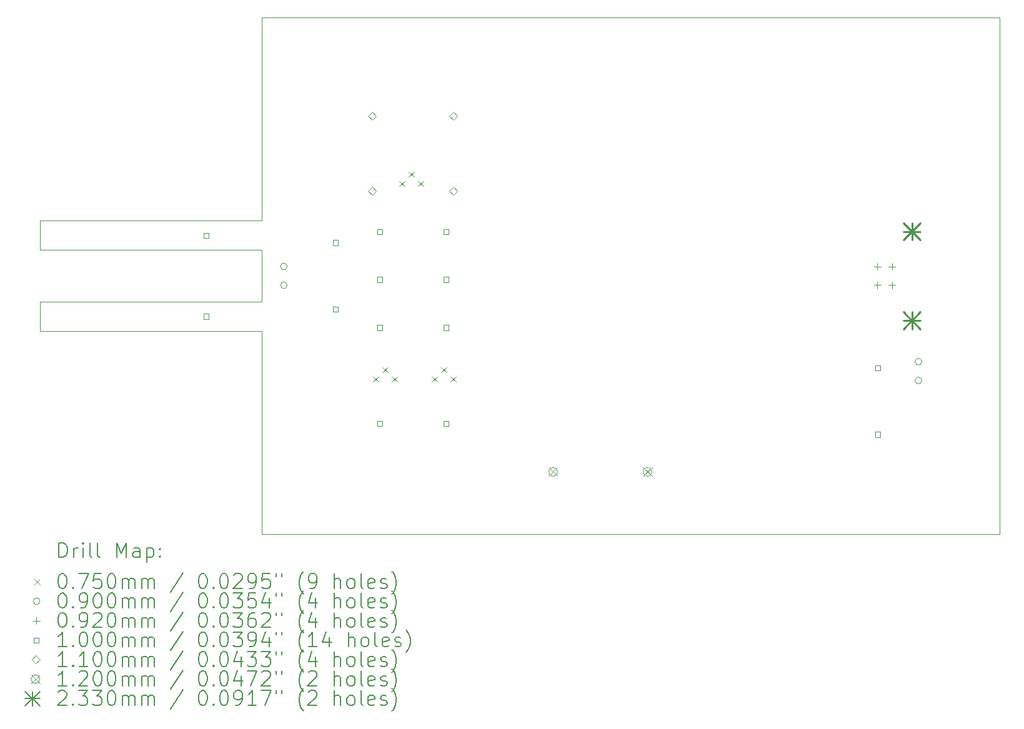
<source format=gbr>
%TF.GenerationSoftware,KiCad,Pcbnew,(6.0.7)*%
%TF.CreationDate,2023-10-27T20:14:33+01:00*%
%TF.ProjectId,slide_tester,736c6964-655f-4746-9573-7465722e6b69,rev?*%
%TF.SameCoordinates,Original*%
%TF.FileFunction,Drillmap*%
%TF.FilePolarity,Positive*%
%FSLAX45Y45*%
G04 Gerber Fmt 4.5, Leading zero omitted, Abs format (unit mm)*
G04 Created by KiCad (PCBNEW (6.0.7)) date 2023-10-27 20:14:33*
%MOMM*%
%LPD*%
G01*
G04 APERTURE LIST*
%ADD10C,0.100000*%
%ADD11C,0.200000*%
%ADD12C,0.075000*%
%ADD13C,0.090000*%
%ADD14C,0.092000*%
%ADD15C,0.110000*%
%ADD16C,0.120000*%
%ADD17C,0.233000*%
G04 APERTURE END LIST*
D10*
X20000000Y-12000000D02*
X10000000Y-12000000D01*
X10000000Y-9250000D01*
X7000000Y-9250000D01*
X7000000Y-8850000D01*
X10000000Y-8850000D01*
X10000000Y-8150000D01*
X7000000Y-8150000D01*
X7000000Y-7750000D01*
X10000000Y-7750000D01*
X10000000Y-5000000D01*
X20000000Y-5000000D01*
X20000000Y-12000000D01*
D11*
D12*
X11508500Y-9862500D02*
X11583500Y-9937500D01*
X11583500Y-9862500D02*
X11508500Y-9937500D01*
X11635500Y-9735500D02*
X11710500Y-9810500D01*
X11710500Y-9735500D02*
X11635500Y-9810500D01*
X11762500Y-9862500D02*
X11837500Y-9937500D01*
X11837500Y-9862500D02*
X11762500Y-9937500D01*
X11862500Y-7212500D02*
X11937500Y-7287500D01*
X11937500Y-7212500D02*
X11862500Y-7287500D01*
X11989500Y-7085500D02*
X12064500Y-7160500D01*
X12064500Y-7085500D02*
X11989500Y-7160500D01*
X12116500Y-7212500D02*
X12191500Y-7287500D01*
X12191500Y-7212500D02*
X12116500Y-7287500D01*
X12308500Y-9862500D02*
X12383500Y-9937500D01*
X12383500Y-9862500D02*
X12308500Y-9937500D01*
X12435500Y-9735500D02*
X12510500Y-9810500D01*
X12510500Y-9735500D02*
X12435500Y-9810500D01*
X12562500Y-9862500D02*
X12637500Y-9937500D01*
X12637500Y-9862500D02*
X12562500Y-9937500D01*
D13*
X10345000Y-8372500D02*
G75*
G03*
X10345000Y-8372500I-45000J0D01*
G01*
X10345000Y-8626500D02*
G75*
G03*
X10345000Y-8626500I-45000J0D01*
G01*
X18945000Y-9663351D02*
G75*
G03*
X18945000Y-9663351I-45000J0D01*
G01*
X18945000Y-9917351D02*
G75*
G03*
X18945000Y-9917351I-45000J0D01*
G01*
D14*
X18342250Y-8329000D02*
X18342250Y-8421000D01*
X18296250Y-8375000D02*
X18388250Y-8375000D01*
X18342250Y-8579000D02*
X18342250Y-8671000D01*
X18296250Y-8625000D02*
X18388250Y-8625000D01*
X18542250Y-8329000D02*
X18542250Y-8421000D01*
X18496250Y-8375000D02*
X18588250Y-8375000D01*
X18542250Y-8579000D02*
X18542250Y-8671000D01*
X18496250Y-8625000D02*
X18588250Y-8625000D01*
D10*
X9285356Y-7985356D02*
X9285356Y-7914644D01*
X9214644Y-7914644D01*
X9214644Y-7985356D01*
X9285356Y-7985356D01*
X9285356Y-9085356D02*
X9285356Y-9014644D01*
X9214644Y-9014644D01*
X9214644Y-9085356D01*
X9285356Y-9085356D01*
X11035356Y-8085356D02*
X11035356Y-8014644D01*
X10964644Y-8014644D01*
X10964644Y-8085356D01*
X11035356Y-8085356D01*
X11035356Y-8985356D02*
X11035356Y-8914644D01*
X10964644Y-8914644D01*
X10964644Y-8985356D01*
X11035356Y-8985356D01*
X11635356Y-7935356D02*
X11635356Y-7864644D01*
X11564644Y-7864644D01*
X11564644Y-7935356D01*
X11635356Y-7935356D01*
X11635356Y-8585356D02*
X11635356Y-8514644D01*
X11564644Y-8514644D01*
X11564644Y-8585356D01*
X11635356Y-8585356D01*
X11635356Y-9235356D02*
X11635356Y-9164644D01*
X11564644Y-9164644D01*
X11564644Y-9235356D01*
X11635356Y-9235356D01*
X11635356Y-10535356D02*
X11635356Y-10464644D01*
X11564644Y-10464644D01*
X11564644Y-10535356D01*
X11635356Y-10535356D01*
X12535356Y-7935356D02*
X12535356Y-7864644D01*
X12464644Y-7864644D01*
X12464644Y-7935356D01*
X12535356Y-7935356D01*
X12535356Y-8585356D02*
X12535356Y-8514644D01*
X12464644Y-8514644D01*
X12464644Y-8585356D01*
X12535356Y-8585356D01*
X12535356Y-9235356D02*
X12535356Y-9164644D01*
X12464644Y-9164644D01*
X12464644Y-9235356D01*
X12535356Y-9235356D01*
X12535356Y-10535356D02*
X12535356Y-10464644D01*
X12464644Y-10464644D01*
X12464644Y-10535356D01*
X12535356Y-10535356D01*
X18385356Y-9785356D02*
X18385356Y-9714644D01*
X18314644Y-9714644D01*
X18314644Y-9785356D01*
X18385356Y-9785356D01*
X18385356Y-10685356D02*
X18385356Y-10614644D01*
X18314644Y-10614644D01*
X18314644Y-10685356D01*
X18385356Y-10685356D01*
D15*
X11500000Y-6389000D02*
X11555000Y-6334000D01*
X11500000Y-6279000D01*
X11445000Y-6334000D01*
X11500000Y-6389000D01*
X11500000Y-7405000D02*
X11555000Y-7350000D01*
X11500000Y-7295000D01*
X11445000Y-7350000D01*
X11500000Y-7405000D01*
X12600000Y-6389000D02*
X12655000Y-6334000D01*
X12600000Y-6279000D01*
X12545000Y-6334000D01*
X12600000Y-6389000D01*
X12600000Y-7405000D02*
X12655000Y-7350000D01*
X12600000Y-7295000D01*
X12545000Y-7350000D01*
X12600000Y-7405000D01*
D16*
X13890000Y-11095750D02*
X14010000Y-11215750D01*
X14010000Y-11095750D02*
X13890000Y-11215750D01*
X14010000Y-11155750D02*
G75*
G03*
X14010000Y-11155750I-60000J0D01*
G01*
X15170000Y-11095750D02*
X15290000Y-11215750D01*
X15290000Y-11095750D02*
X15170000Y-11215750D01*
X15290000Y-11155750D02*
G75*
G03*
X15290000Y-11155750I-60000J0D01*
G01*
D17*
X18696750Y-7781500D02*
X18929750Y-8014500D01*
X18929750Y-7781500D02*
X18696750Y-8014500D01*
X18813250Y-7781500D02*
X18813250Y-8014500D01*
X18696750Y-7898000D02*
X18929750Y-7898000D01*
X18696750Y-8985500D02*
X18929750Y-9218500D01*
X18929750Y-8985500D02*
X18696750Y-9218500D01*
X18813250Y-8985500D02*
X18813250Y-9218500D01*
X18696750Y-9102000D02*
X18929750Y-9102000D01*
D11*
X7252619Y-12315476D02*
X7252619Y-12115476D01*
X7300238Y-12115476D01*
X7328809Y-12125000D01*
X7347857Y-12144048D01*
X7357381Y-12163095D01*
X7366905Y-12201190D01*
X7366905Y-12229762D01*
X7357381Y-12267857D01*
X7347857Y-12286905D01*
X7328809Y-12305952D01*
X7300238Y-12315476D01*
X7252619Y-12315476D01*
X7452619Y-12315476D02*
X7452619Y-12182143D01*
X7452619Y-12220238D02*
X7462143Y-12201190D01*
X7471667Y-12191667D01*
X7490714Y-12182143D01*
X7509762Y-12182143D01*
X7576428Y-12315476D02*
X7576428Y-12182143D01*
X7576428Y-12115476D02*
X7566905Y-12125000D01*
X7576428Y-12134524D01*
X7585952Y-12125000D01*
X7576428Y-12115476D01*
X7576428Y-12134524D01*
X7700238Y-12315476D02*
X7681190Y-12305952D01*
X7671667Y-12286905D01*
X7671667Y-12115476D01*
X7805000Y-12315476D02*
X7785952Y-12305952D01*
X7776428Y-12286905D01*
X7776428Y-12115476D01*
X8033571Y-12315476D02*
X8033571Y-12115476D01*
X8100238Y-12258333D01*
X8166905Y-12115476D01*
X8166905Y-12315476D01*
X8347857Y-12315476D02*
X8347857Y-12210714D01*
X8338333Y-12191667D01*
X8319286Y-12182143D01*
X8281190Y-12182143D01*
X8262143Y-12191667D01*
X8347857Y-12305952D02*
X8328809Y-12315476D01*
X8281190Y-12315476D01*
X8262143Y-12305952D01*
X8252619Y-12286905D01*
X8252619Y-12267857D01*
X8262143Y-12248809D01*
X8281190Y-12239286D01*
X8328809Y-12239286D01*
X8347857Y-12229762D01*
X8443095Y-12182143D02*
X8443095Y-12382143D01*
X8443095Y-12191667D02*
X8462143Y-12182143D01*
X8500238Y-12182143D01*
X8519286Y-12191667D01*
X8528810Y-12201190D01*
X8538333Y-12220238D01*
X8538333Y-12277381D01*
X8528810Y-12296428D01*
X8519286Y-12305952D01*
X8500238Y-12315476D01*
X8462143Y-12315476D01*
X8443095Y-12305952D01*
X8624048Y-12296428D02*
X8633571Y-12305952D01*
X8624048Y-12315476D01*
X8614524Y-12305952D01*
X8624048Y-12296428D01*
X8624048Y-12315476D01*
X8624048Y-12191667D02*
X8633571Y-12201190D01*
X8624048Y-12210714D01*
X8614524Y-12201190D01*
X8624048Y-12191667D01*
X8624048Y-12210714D01*
D12*
X6920000Y-12607500D02*
X6995000Y-12682500D01*
X6995000Y-12607500D02*
X6920000Y-12682500D01*
D11*
X7290714Y-12535476D02*
X7309762Y-12535476D01*
X7328809Y-12545000D01*
X7338333Y-12554524D01*
X7347857Y-12573571D01*
X7357381Y-12611667D01*
X7357381Y-12659286D01*
X7347857Y-12697381D01*
X7338333Y-12716428D01*
X7328809Y-12725952D01*
X7309762Y-12735476D01*
X7290714Y-12735476D01*
X7271667Y-12725952D01*
X7262143Y-12716428D01*
X7252619Y-12697381D01*
X7243095Y-12659286D01*
X7243095Y-12611667D01*
X7252619Y-12573571D01*
X7262143Y-12554524D01*
X7271667Y-12545000D01*
X7290714Y-12535476D01*
X7443095Y-12716428D02*
X7452619Y-12725952D01*
X7443095Y-12735476D01*
X7433571Y-12725952D01*
X7443095Y-12716428D01*
X7443095Y-12735476D01*
X7519286Y-12535476D02*
X7652619Y-12535476D01*
X7566905Y-12735476D01*
X7824048Y-12535476D02*
X7728809Y-12535476D01*
X7719286Y-12630714D01*
X7728809Y-12621190D01*
X7747857Y-12611667D01*
X7795476Y-12611667D01*
X7814524Y-12621190D01*
X7824048Y-12630714D01*
X7833571Y-12649762D01*
X7833571Y-12697381D01*
X7824048Y-12716428D01*
X7814524Y-12725952D01*
X7795476Y-12735476D01*
X7747857Y-12735476D01*
X7728809Y-12725952D01*
X7719286Y-12716428D01*
X7957381Y-12535476D02*
X7976428Y-12535476D01*
X7995476Y-12545000D01*
X8005000Y-12554524D01*
X8014524Y-12573571D01*
X8024048Y-12611667D01*
X8024048Y-12659286D01*
X8014524Y-12697381D01*
X8005000Y-12716428D01*
X7995476Y-12725952D01*
X7976428Y-12735476D01*
X7957381Y-12735476D01*
X7938333Y-12725952D01*
X7928809Y-12716428D01*
X7919286Y-12697381D01*
X7909762Y-12659286D01*
X7909762Y-12611667D01*
X7919286Y-12573571D01*
X7928809Y-12554524D01*
X7938333Y-12545000D01*
X7957381Y-12535476D01*
X8109762Y-12735476D02*
X8109762Y-12602143D01*
X8109762Y-12621190D02*
X8119286Y-12611667D01*
X8138333Y-12602143D01*
X8166905Y-12602143D01*
X8185952Y-12611667D01*
X8195476Y-12630714D01*
X8195476Y-12735476D01*
X8195476Y-12630714D02*
X8205000Y-12611667D01*
X8224048Y-12602143D01*
X8252619Y-12602143D01*
X8271667Y-12611667D01*
X8281190Y-12630714D01*
X8281190Y-12735476D01*
X8376428Y-12735476D02*
X8376428Y-12602143D01*
X8376428Y-12621190D02*
X8385952Y-12611667D01*
X8405000Y-12602143D01*
X8433571Y-12602143D01*
X8452619Y-12611667D01*
X8462143Y-12630714D01*
X8462143Y-12735476D01*
X8462143Y-12630714D02*
X8471667Y-12611667D01*
X8490714Y-12602143D01*
X8519286Y-12602143D01*
X8538333Y-12611667D01*
X8547857Y-12630714D01*
X8547857Y-12735476D01*
X8938333Y-12525952D02*
X8766905Y-12783095D01*
X9195476Y-12535476D02*
X9214524Y-12535476D01*
X9233571Y-12545000D01*
X9243095Y-12554524D01*
X9252619Y-12573571D01*
X9262143Y-12611667D01*
X9262143Y-12659286D01*
X9252619Y-12697381D01*
X9243095Y-12716428D01*
X9233571Y-12725952D01*
X9214524Y-12735476D01*
X9195476Y-12735476D01*
X9176429Y-12725952D01*
X9166905Y-12716428D01*
X9157381Y-12697381D01*
X9147857Y-12659286D01*
X9147857Y-12611667D01*
X9157381Y-12573571D01*
X9166905Y-12554524D01*
X9176429Y-12545000D01*
X9195476Y-12535476D01*
X9347857Y-12716428D02*
X9357381Y-12725952D01*
X9347857Y-12735476D01*
X9338333Y-12725952D01*
X9347857Y-12716428D01*
X9347857Y-12735476D01*
X9481190Y-12535476D02*
X9500238Y-12535476D01*
X9519286Y-12545000D01*
X9528810Y-12554524D01*
X9538333Y-12573571D01*
X9547857Y-12611667D01*
X9547857Y-12659286D01*
X9538333Y-12697381D01*
X9528810Y-12716428D01*
X9519286Y-12725952D01*
X9500238Y-12735476D01*
X9481190Y-12735476D01*
X9462143Y-12725952D01*
X9452619Y-12716428D01*
X9443095Y-12697381D01*
X9433571Y-12659286D01*
X9433571Y-12611667D01*
X9443095Y-12573571D01*
X9452619Y-12554524D01*
X9462143Y-12545000D01*
X9481190Y-12535476D01*
X9624048Y-12554524D02*
X9633571Y-12545000D01*
X9652619Y-12535476D01*
X9700238Y-12535476D01*
X9719286Y-12545000D01*
X9728810Y-12554524D01*
X9738333Y-12573571D01*
X9738333Y-12592619D01*
X9728810Y-12621190D01*
X9614524Y-12735476D01*
X9738333Y-12735476D01*
X9833571Y-12735476D02*
X9871667Y-12735476D01*
X9890714Y-12725952D01*
X9900238Y-12716428D01*
X9919286Y-12687857D01*
X9928810Y-12649762D01*
X9928810Y-12573571D01*
X9919286Y-12554524D01*
X9909762Y-12545000D01*
X9890714Y-12535476D01*
X9852619Y-12535476D01*
X9833571Y-12545000D01*
X9824048Y-12554524D01*
X9814524Y-12573571D01*
X9814524Y-12621190D01*
X9824048Y-12640238D01*
X9833571Y-12649762D01*
X9852619Y-12659286D01*
X9890714Y-12659286D01*
X9909762Y-12649762D01*
X9919286Y-12640238D01*
X9928810Y-12621190D01*
X10109762Y-12535476D02*
X10014524Y-12535476D01*
X10005000Y-12630714D01*
X10014524Y-12621190D01*
X10033571Y-12611667D01*
X10081190Y-12611667D01*
X10100238Y-12621190D01*
X10109762Y-12630714D01*
X10119286Y-12649762D01*
X10119286Y-12697381D01*
X10109762Y-12716428D01*
X10100238Y-12725952D01*
X10081190Y-12735476D01*
X10033571Y-12735476D01*
X10014524Y-12725952D01*
X10005000Y-12716428D01*
X10195476Y-12535476D02*
X10195476Y-12573571D01*
X10271667Y-12535476D02*
X10271667Y-12573571D01*
X10566905Y-12811667D02*
X10557381Y-12802143D01*
X10538333Y-12773571D01*
X10528810Y-12754524D01*
X10519286Y-12725952D01*
X10509762Y-12678333D01*
X10509762Y-12640238D01*
X10519286Y-12592619D01*
X10528810Y-12564048D01*
X10538333Y-12545000D01*
X10557381Y-12516428D01*
X10566905Y-12506905D01*
X10652619Y-12735476D02*
X10690714Y-12735476D01*
X10709762Y-12725952D01*
X10719286Y-12716428D01*
X10738333Y-12687857D01*
X10747857Y-12649762D01*
X10747857Y-12573571D01*
X10738333Y-12554524D01*
X10728810Y-12545000D01*
X10709762Y-12535476D01*
X10671667Y-12535476D01*
X10652619Y-12545000D01*
X10643095Y-12554524D01*
X10633571Y-12573571D01*
X10633571Y-12621190D01*
X10643095Y-12640238D01*
X10652619Y-12649762D01*
X10671667Y-12659286D01*
X10709762Y-12659286D01*
X10728810Y-12649762D01*
X10738333Y-12640238D01*
X10747857Y-12621190D01*
X10985952Y-12735476D02*
X10985952Y-12535476D01*
X11071667Y-12735476D02*
X11071667Y-12630714D01*
X11062143Y-12611667D01*
X11043095Y-12602143D01*
X11014524Y-12602143D01*
X10995476Y-12611667D01*
X10985952Y-12621190D01*
X11195476Y-12735476D02*
X11176429Y-12725952D01*
X11166905Y-12716428D01*
X11157381Y-12697381D01*
X11157381Y-12640238D01*
X11166905Y-12621190D01*
X11176429Y-12611667D01*
X11195476Y-12602143D01*
X11224048Y-12602143D01*
X11243095Y-12611667D01*
X11252619Y-12621190D01*
X11262143Y-12640238D01*
X11262143Y-12697381D01*
X11252619Y-12716428D01*
X11243095Y-12725952D01*
X11224048Y-12735476D01*
X11195476Y-12735476D01*
X11376428Y-12735476D02*
X11357381Y-12725952D01*
X11347857Y-12706905D01*
X11347857Y-12535476D01*
X11528809Y-12725952D02*
X11509762Y-12735476D01*
X11471667Y-12735476D01*
X11452619Y-12725952D01*
X11443095Y-12706905D01*
X11443095Y-12630714D01*
X11452619Y-12611667D01*
X11471667Y-12602143D01*
X11509762Y-12602143D01*
X11528809Y-12611667D01*
X11538333Y-12630714D01*
X11538333Y-12649762D01*
X11443095Y-12668809D01*
X11614524Y-12725952D02*
X11633571Y-12735476D01*
X11671667Y-12735476D01*
X11690714Y-12725952D01*
X11700238Y-12706905D01*
X11700238Y-12697381D01*
X11690714Y-12678333D01*
X11671667Y-12668809D01*
X11643095Y-12668809D01*
X11624048Y-12659286D01*
X11614524Y-12640238D01*
X11614524Y-12630714D01*
X11624048Y-12611667D01*
X11643095Y-12602143D01*
X11671667Y-12602143D01*
X11690714Y-12611667D01*
X11766905Y-12811667D02*
X11776428Y-12802143D01*
X11795476Y-12773571D01*
X11805000Y-12754524D01*
X11814524Y-12725952D01*
X11824048Y-12678333D01*
X11824048Y-12640238D01*
X11814524Y-12592619D01*
X11805000Y-12564048D01*
X11795476Y-12545000D01*
X11776428Y-12516428D01*
X11766905Y-12506905D01*
D13*
X6995000Y-12909000D02*
G75*
G03*
X6995000Y-12909000I-45000J0D01*
G01*
D11*
X7290714Y-12799476D02*
X7309762Y-12799476D01*
X7328809Y-12809000D01*
X7338333Y-12818524D01*
X7347857Y-12837571D01*
X7357381Y-12875667D01*
X7357381Y-12923286D01*
X7347857Y-12961381D01*
X7338333Y-12980428D01*
X7328809Y-12989952D01*
X7309762Y-12999476D01*
X7290714Y-12999476D01*
X7271667Y-12989952D01*
X7262143Y-12980428D01*
X7252619Y-12961381D01*
X7243095Y-12923286D01*
X7243095Y-12875667D01*
X7252619Y-12837571D01*
X7262143Y-12818524D01*
X7271667Y-12809000D01*
X7290714Y-12799476D01*
X7443095Y-12980428D02*
X7452619Y-12989952D01*
X7443095Y-12999476D01*
X7433571Y-12989952D01*
X7443095Y-12980428D01*
X7443095Y-12999476D01*
X7547857Y-12999476D02*
X7585952Y-12999476D01*
X7605000Y-12989952D01*
X7614524Y-12980428D01*
X7633571Y-12951857D01*
X7643095Y-12913762D01*
X7643095Y-12837571D01*
X7633571Y-12818524D01*
X7624048Y-12809000D01*
X7605000Y-12799476D01*
X7566905Y-12799476D01*
X7547857Y-12809000D01*
X7538333Y-12818524D01*
X7528809Y-12837571D01*
X7528809Y-12885190D01*
X7538333Y-12904238D01*
X7547857Y-12913762D01*
X7566905Y-12923286D01*
X7605000Y-12923286D01*
X7624048Y-12913762D01*
X7633571Y-12904238D01*
X7643095Y-12885190D01*
X7766905Y-12799476D02*
X7785952Y-12799476D01*
X7805000Y-12809000D01*
X7814524Y-12818524D01*
X7824048Y-12837571D01*
X7833571Y-12875667D01*
X7833571Y-12923286D01*
X7824048Y-12961381D01*
X7814524Y-12980428D01*
X7805000Y-12989952D01*
X7785952Y-12999476D01*
X7766905Y-12999476D01*
X7747857Y-12989952D01*
X7738333Y-12980428D01*
X7728809Y-12961381D01*
X7719286Y-12923286D01*
X7719286Y-12875667D01*
X7728809Y-12837571D01*
X7738333Y-12818524D01*
X7747857Y-12809000D01*
X7766905Y-12799476D01*
X7957381Y-12799476D02*
X7976428Y-12799476D01*
X7995476Y-12809000D01*
X8005000Y-12818524D01*
X8014524Y-12837571D01*
X8024048Y-12875667D01*
X8024048Y-12923286D01*
X8014524Y-12961381D01*
X8005000Y-12980428D01*
X7995476Y-12989952D01*
X7976428Y-12999476D01*
X7957381Y-12999476D01*
X7938333Y-12989952D01*
X7928809Y-12980428D01*
X7919286Y-12961381D01*
X7909762Y-12923286D01*
X7909762Y-12875667D01*
X7919286Y-12837571D01*
X7928809Y-12818524D01*
X7938333Y-12809000D01*
X7957381Y-12799476D01*
X8109762Y-12999476D02*
X8109762Y-12866143D01*
X8109762Y-12885190D02*
X8119286Y-12875667D01*
X8138333Y-12866143D01*
X8166905Y-12866143D01*
X8185952Y-12875667D01*
X8195476Y-12894714D01*
X8195476Y-12999476D01*
X8195476Y-12894714D02*
X8205000Y-12875667D01*
X8224048Y-12866143D01*
X8252619Y-12866143D01*
X8271667Y-12875667D01*
X8281190Y-12894714D01*
X8281190Y-12999476D01*
X8376428Y-12999476D02*
X8376428Y-12866143D01*
X8376428Y-12885190D02*
X8385952Y-12875667D01*
X8405000Y-12866143D01*
X8433571Y-12866143D01*
X8452619Y-12875667D01*
X8462143Y-12894714D01*
X8462143Y-12999476D01*
X8462143Y-12894714D02*
X8471667Y-12875667D01*
X8490714Y-12866143D01*
X8519286Y-12866143D01*
X8538333Y-12875667D01*
X8547857Y-12894714D01*
X8547857Y-12999476D01*
X8938333Y-12789952D02*
X8766905Y-13047095D01*
X9195476Y-12799476D02*
X9214524Y-12799476D01*
X9233571Y-12809000D01*
X9243095Y-12818524D01*
X9252619Y-12837571D01*
X9262143Y-12875667D01*
X9262143Y-12923286D01*
X9252619Y-12961381D01*
X9243095Y-12980428D01*
X9233571Y-12989952D01*
X9214524Y-12999476D01*
X9195476Y-12999476D01*
X9176429Y-12989952D01*
X9166905Y-12980428D01*
X9157381Y-12961381D01*
X9147857Y-12923286D01*
X9147857Y-12875667D01*
X9157381Y-12837571D01*
X9166905Y-12818524D01*
X9176429Y-12809000D01*
X9195476Y-12799476D01*
X9347857Y-12980428D02*
X9357381Y-12989952D01*
X9347857Y-12999476D01*
X9338333Y-12989952D01*
X9347857Y-12980428D01*
X9347857Y-12999476D01*
X9481190Y-12799476D02*
X9500238Y-12799476D01*
X9519286Y-12809000D01*
X9528810Y-12818524D01*
X9538333Y-12837571D01*
X9547857Y-12875667D01*
X9547857Y-12923286D01*
X9538333Y-12961381D01*
X9528810Y-12980428D01*
X9519286Y-12989952D01*
X9500238Y-12999476D01*
X9481190Y-12999476D01*
X9462143Y-12989952D01*
X9452619Y-12980428D01*
X9443095Y-12961381D01*
X9433571Y-12923286D01*
X9433571Y-12875667D01*
X9443095Y-12837571D01*
X9452619Y-12818524D01*
X9462143Y-12809000D01*
X9481190Y-12799476D01*
X9614524Y-12799476D02*
X9738333Y-12799476D01*
X9671667Y-12875667D01*
X9700238Y-12875667D01*
X9719286Y-12885190D01*
X9728810Y-12894714D01*
X9738333Y-12913762D01*
X9738333Y-12961381D01*
X9728810Y-12980428D01*
X9719286Y-12989952D01*
X9700238Y-12999476D01*
X9643095Y-12999476D01*
X9624048Y-12989952D01*
X9614524Y-12980428D01*
X9919286Y-12799476D02*
X9824048Y-12799476D01*
X9814524Y-12894714D01*
X9824048Y-12885190D01*
X9843095Y-12875667D01*
X9890714Y-12875667D01*
X9909762Y-12885190D01*
X9919286Y-12894714D01*
X9928810Y-12913762D01*
X9928810Y-12961381D01*
X9919286Y-12980428D01*
X9909762Y-12989952D01*
X9890714Y-12999476D01*
X9843095Y-12999476D01*
X9824048Y-12989952D01*
X9814524Y-12980428D01*
X10100238Y-12866143D02*
X10100238Y-12999476D01*
X10052619Y-12789952D02*
X10005000Y-12932809D01*
X10128810Y-12932809D01*
X10195476Y-12799476D02*
X10195476Y-12837571D01*
X10271667Y-12799476D02*
X10271667Y-12837571D01*
X10566905Y-13075667D02*
X10557381Y-13066143D01*
X10538333Y-13037571D01*
X10528810Y-13018524D01*
X10519286Y-12989952D01*
X10509762Y-12942333D01*
X10509762Y-12904238D01*
X10519286Y-12856619D01*
X10528810Y-12828048D01*
X10538333Y-12809000D01*
X10557381Y-12780428D01*
X10566905Y-12770905D01*
X10728810Y-12866143D02*
X10728810Y-12999476D01*
X10681190Y-12789952D02*
X10633571Y-12932809D01*
X10757381Y-12932809D01*
X10985952Y-12999476D02*
X10985952Y-12799476D01*
X11071667Y-12999476D02*
X11071667Y-12894714D01*
X11062143Y-12875667D01*
X11043095Y-12866143D01*
X11014524Y-12866143D01*
X10995476Y-12875667D01*
X10985952Y-12885190D01*
X11195476Y-12999476D02*
X11176429Y-12989952D01*
X11166905Y-12980428D01*
X11157381Y-12961381D01*
X11157381Y-12904238D01*
X11166905Y-12885190D01*
X11176429Y-12875667D01*
X11195476Y-12866143D01*
X11224048Y-12866143D01*
X11243095Y-12875667D01*
X11252619Y-12885190D01*
X11262143Y-12904238D01*
X11262143Y-12961381D01*
X11252619Y-12980428D01*
X11243095Y-12989952D01*
X11224048Y-12999476D01*
X11195476Y-12999476D01*
X11376428Y-12999476D02*
X11357381Y-12989952D01*
X11347857Y-12970905D01*
X11347857Y-12799476D01*
X11528809Y-12989952D02*
X11509762Y-12999476D01*
X11471667Y-12999476D01*
X11452619Y-12989952D01*
X11443095Y-12970905D01*
X11443095Y-12894714D01*
X11452619Y-12875667D01*
X11471667Y-12866143D01*
X11509762Y-12866143D01*
X11528809Y-12875667D01*
X11538333Y-12894714D01*
X11538333Y-12913762D01*
X11443095Y-12932809D01*
X11614524Y-12989952D02*
X11633571Y-12999476D01*
X11671667Y-12999476D01*
X11690714Y-12989952D01*
X11700238Y-12970905D01*
X11700238Y-12961381D01*
X11690714Y-12942333D01*
X11671667Y-12932809D01*
X11643095Y-12932809D01*
X11624048Y-12923286D01*
X11614524Y-12904238D01*
X11614524Y-12894714D01*
X11624048Y-12875667D01*
X11643095Y-12866143D01*
X11671667Y-12866143D01*
X11690714Y-12875667D01*
X11766905Y-13075667D02*
X11776428Y-13066143D01*
X11795476Y-13037571D01*
X11805000Y-13018524D01*
X11814524Y-12989952D01*
X11824048Y-12942333D01*
X11824048Y-12904238D01*
X11814524Y-12856619D01*
X11805000Y-12828048D01*
X11795476Y-12809000D01*
X11776428Y-12780428D01*
X11766905Y-12770905D01*
D14*
X6949000Y-13127000D02*
X6949000Y-13219000D01*
X6903000Y-13173000D02*
X6995000Y-13173000D01*
D11*
X7290714Y-13063476D02*
X7309762Y-13063476D01*
X7328809Y-13073000D01*
X7338333Y-13082524D01*
X7347857Y-13101571D01*
X7357381Y-13139667D01*
X7357381Y-13187286D01*
X7347857Y-13225381D01*
X7338333Y-13244428D01*
X7328809Y-13253952D01*
X7309762Y-13263476D01*
X7290714Y-13263476D01*
X7271667Y-13253952D01*
X7262143Y-13244428D01*
X7252619Y-13225381D01*
X7243095Y-13187286D01*
X7243095Y-13139667D01*
X7252619Y-13101571D01*
X7262143Y-13082524D01*
X7271667Y-13073000D01*
X7290714Y-13063476D01*
X7443095Y-13244428D02*
X7452619Y-13253952D01*
X7443095Y-13263476D01*
X7433571Y-13253952D01*
X7443095Y-13244428D01*
X7443095Y-13263476D01*
X7547857Y-13263476D02*
X7585952Y-13263476D01*
X7605000Y-13253952D01*
X7614524Y-13244428D01*
X7633571Y-13215857D01*
X7643095Y-13177762D01*
X7643095Y-13101571D01*
X7633571Y-13082524D01*
X7624048Y-13073000D01*
X7605000Y-13063476D01*
X7566905Y-13063476D01*
X7547857Y-13073000D01*
X7538333Y-13082524D01*
X7528809Y-13101571D01*
X7528809Y-13149190D01*
X7538333Y-13168238D01*
X7547857Y-13177762D01*
X7566905Y-13187286D01*
X7605000Y-13187286D01*
X7624048Y-13177762D01*
X7633571Y-13168238D01*
X7643095Y-13149190D01*
X7719286Y-13082524D02*
X7728809Y-13073000D01*
X7747857Y-13063476D01*
X7795476Y-13063476D01*
X7814524Y-13073000D01*
X7824048Y-13082524D01*
X7833571Y-13101571D01*
X7833571Y-13120619D01*
X7824048Y-13149190D01*
X7709762Y-13263476D01*
X7833571Y-13263476D01*
X7957381Y-13063476D02*
X7976428Y-13063476D01*
X7995476Y-13073000D01*
X8005000Y-13082524D01*
X8014524Y-13101571D01*
X8024048Y-13139667D01*
X8024048Y-13187286D01*
X8014524Y-13225381D01*
X8005000Y-13244428D01*
X7995476Y-13253952D01*
X7976428Y-13263476D01*
X7957381Y-13263476D01*
X7938333Y-13253952D01*
X7928809Y-13244428D01*
X7919286Y-13225381D01*
X7909762Y-13187286D01*
X7909762Y-13139667D01*
X7919286Y-13101571D01*
X7928809Y-13082524D01*
X7938333Y-13073000D01*
X7957381Y-13063476D01*
X8109762Y-13263476D02*
X8109762Y-13130143D01*
X8109762Y-13149190D02*
X8119286Y-13139667D01*
X8138333Y-13130143D01*
X8166905Y-13130143D01*
X8185952Y-13139667D01*
X8195476Y-13158714D01*
X8195476Y-13263476D01*
X8195476Y-13158714D02*
X8205000Y-13139667D01*
X8224048Y-13130143D01*
X8252619Y-13130143D01*
X8271667Y-13139667D01*
X8281190Y-13158714D01*
X8281190Y-13263476D01*
X8376428Y-13263476D02*
X8376428Y-13130143D01*
X8376428Y-13149190D02*
X8385952Y-13139667D01*
X8405000Y-13130143D01*
X8433571Y-13130143D01*
X8452619Y-13139667D01*
X8462143Y-13158714D01*
X8462143Y-13263476D01*
X8462143Y-13158714D02*
X8471667Y-13139667D01*
X8490714Y-13130143D01*
X8519286Y-13130143D01*
X8538333Y-13139667D01*
X8547857Y-13158714D01*
X8547857Y-13263476D01*
X8938333Y-13053952D02*
X8766905Y-13311095D01*
X9195476Y-13063476D02*
X9214524Y-13063476D01*
X9233571Y-13073000D01*
X9243095Y-13082524D01*
X9252619Y-13101571D01*
X9262143Y-13139667D01*
X9262143Y-13187286D01*
X9252619Y-13225381D01*
X9243095Y-13244428D01*
X9233571Y-13253952D01*
X9214524Y-13263476D01*
X9195476Y-13263476D01*
X9176429Y-13253952D01*
X9166905Y-13244428D01*
X9157381Y-13225381D01*
X9147857Y-13187286D01*
X9147857Y-13139667D01*
X9157381Y-13101571D01*
X9166905Y-13082524D01*
X9176429Y-13073000D01*
X9195476Y-13063476D01*
X9347857Y-13244428D02*
X9357381Y-13253952D01*
X9347857Y-13263476D01*
X9338333Y-13253952D01*
X9347857Y-13244428D01*
X9347857Y-13263476D01*
X9481190Y-13063476D02*
X9500238Y-13063476D01*
X9519286Y-13073000D01*
X9528810Y-13082524D01*
X9538333Y-13101571D01*
X9547857Y-13139667D01*
X9547857Y-13187286D01*
X9538333Y-13225381D01*
X9528810Y-13244428D01*
X9519286Y-13253952D01*
X9500238Y-13263476D01*
X9481190Y-13263476D01*
X9462143Y-13253952D01*
X9452619Y-13244428D01*
X9443095Y-13225381D01*
X9433571Y-13187286D01*
X9433571Y-13139667D01*
X9443095Y-13101571D01*
X9452619Y-13082524D01*
X9462143Y-13073000D01*
X9481190Y-13063476D01*
X9614524Y-13063476D02*
X9738333Y-13063476D01*
X9671667Y-13139667D01*
X9700238Y-13139667D01*
X9719286Y-13149190D01*
X9728810Y-13158714D01*
X9738333Y-13177762D01*
X9738333Y-13225381D01*
X9728810Y-13244428D01*
X9719286Y-13253952D01*
X9700238Y-13263476D01*
X9643095Y-13263476D01*
X9624048Y-13253952D01*
X9614524Y-13244428D01*
X9909762Y-13063476D02*
X9871667Y-13063476D01*
X9852619Y-13073000D01*
X9843095Y-13082524D01*
X9824048Y-13111095D01*
X9814524Y-13149190D01*
X9814524Y-13225381D01*
X9824048Y-13244428D01*
X9833571Y-13253952D01*
X9852619Y-13263476D01*
X9890714Y-13263476D01*
X9909762Y-13253952D01*
X9919286Y-13244428D01*
X9928810Y-13225381D01*
X9928810Y-13177762D01*
X9919286Y-13158714D01*
X9909762Y-13149190D01*
X9890714Y-13139667D01*
X9852619Y-13139667D01*
X9833571Y-13149190D01*
X9824048Y-13158714D01*
X9814524Y-13177762D01*
X10005000Y-13082524D02*
X10014524Y-13073000D01*
X10033571Y-13063476D01*
X10081190Y-13063476D01*
X10100238Y-13073000D01*
X10109762Y-13082524D01*
X10119286Y-13101571D01*
X10119286Y-13120619D01*
X10109762Y-13149190D01*
X9995476Y-13263476D01*
X10119286Y-13263476D01*
X10195476Y-13063476D02*
X10195476Y-13101571D01*
X10271667Y-13063476D02*
X10271667Y-13101571D01*
X10566905Y-13339667D02*
X10557381Y-13330143D01*
X10538333Y-13301571D01*
X10528810Y-13282524D01*
X10519286Y-13253952D01*
X10509762Y-13206333D01*
X10509762Y-13168238D01*
X10519286Y-13120619D01*
X10528810Y-13092048D01*
X10538333Y-13073000D01*
X10557381Y-13044428D01*
X10566905Y-13034905D01*
X10728810Y-13130143D02*
X10728810Y-13263476D01*
X10681190Y-13053952D02*
X10633571Y-13196809D01*
X10757381Y-13196809D01*
X10985952Y-13263476D02*
X10985952Y-13063476D01*
X11071667Y-13263476D02*
X11071667Y-13158714D01*
X11062143Y-13139667D01*
X11043095Y-13130143D01*
X11014524Y-13130143D01*
X10995476Y-13139667D01*
X10985952Y-13149190D01*
X11195476Y-13263476D02*
X11176429Y-13253952D01*
X11166905Y-13244428D01*
X11157381Y-13225381D01*
X11157381Y-13168238D01*
X11166905Y-13149190D01*
X11176429Y-13139667D01*
X11195476Y-13130143D01*
X11224048Y-13130143D01*
X11243095Y-13139667D01*
X11252619Y-13149190D01*
X11262143Y-13168238D01*
X11262143Y-13225381D01*
X11252619Y-13244428D01*
X11243095Y-13253952D01*
X11224048Y-13263476D01*
X11195476Y-13263476D01*
X11376428Y-13263476D02*
X11357381Y-13253952D01*
X11347857Y-13234905D01*
X11347857Y-13063476D01*
X11528809Y-13253952D02*
X11509762Y-13263476D01*
X11471667Y-13263476D01*
X11452619Y-13253952D01*
X11443095Y-13234905D01*
X11443095Y-13158714D01*
X11452619Y-13139667D01*
X11471667Y-13130143D01*
X11509762Y-13130143D01*
X11528809Y-13139667D01*
X11538333Y-13158714D01*
X11538333Y-13177762D01*
X11443095Y-13196809D01*
X11614524Y-13253952D02*
X11633571Y-13263476D01*
X11671667Y-13263476D01*
X11690714Y-13253952D01*
X11700238Y-13234905D01*
X11700238Y-13225381D01*
X11690714Y-13206333D01*
X11671667Y-13196809D01*
X11643095Y-13196809D01*
X11624048Y-13187286D01*
X11614524Y-13168238D01*
X11614524Y-13158714D01*
X11624048Y-13139667D01*
X11643095Y-13130143D01*
X11671667Y-13130143D01*
X11690714Y-13139667D01*
X11766905Y-13339667D02*
X11776428Y-13330143D01*
X11795476Y-13301571D01*
X11805000Y-13282524D01*
X11814524Y-13253952D01*
X11824048Y-13206333D01*
X11824048Y-13168238D01*
X11814524Y-13120619D01*
X11805000Y-13092048D01*
X11795476Y-13073000D01*
X11776428Y-13044428D01*
X11766905Y-13034905D01*
D10*
X6980356Y-13472356D02*
X6980356Y-13401644D01*
X6909644Y-13401644D01*
X6909644Y-13472356D01*
X6980356Y-13472356D01*
D11*
X7357381Y-13527476D02*
X7243095Y-13527476D01*
X7300238Y-13527476D02*
X7300238Y-13327476D01*
X7281190Y-13356048D01*
X7262143Y-13375095D01*
X7243095Y-13384619D01*
X7443095Y-13508428D02*
X7452619Y-13517952D01*
X7443095Y-13527476D01*
X7433571Y-13517952D01*
X7443095Y-13508428D01*
X7443095Y-13527476D01*
X7576428Y-13327476D02*
X7595476Y-13327476D01*
X7614524Y-13337000D01*
X7624048Y-13346524D01*
X7633571Y-13365571D01*
X7643095Y-13403667D01*
X7643095Y-13451286D01*
X7633571Y-13489381D01*
X7624048Y-13508428D01*
X7614524Y-13517952D01*
X7595476Y-13527476D01*
X7576428Y-13527476D01*
X7557381Y-13517952D01*
X7547857Y-13508428D01*
X7538333Y-13489381D01*
X7528809Y-13451286D01*
X7528809Y-13403667D01*
X7538333Y-13365571D01*
X7547857Y-13346524D01*
X7557381Y-13337000D01*
X7576428Y-13327476D01*
X7766905Y-13327476D02*
X7785952Y-13327476D01*
X7805000Y-13337000D01*
X7814524Y-13346524D01*
X7824048Y-13365571D01*
X7833571Y-13403667D01*
X7833571Y-13451286D01*
X7824048Y-13489381D01*
X7814524Y-13508428D01*
X7805000Y-13517952D01*
X7785952Y-13527476D01*
X7766905Y-13527476D01*
X7747857Y-13517952D01*
X7738333Y-13508428D01*
X7728809Y-13489381D01*
X7719286Y-13451286D01*
X7719286Y-13403667D01*
X7728809Y-13365571D01*
X7738333Y-13346524D01*
X7747857Y-13337000D01*
X7766905Y-13327476D01*
X7957381Y-13327476D02*
X7976428Y-13327476D01*
X7995476Y-13337000D01*
X8005000Y-13346524D01*
X8014524Y-13365571D01*
X8024048Y-13403667D01*
X8024048Y-13451286D01*
X8014524Y-13489381D01*
X8005000Y-13508428D01*
X7995476Y-13517952D01*
X7976428Y-13527476D01*
X7957381Y-13527476D01*
X7938333Y-13517952D01*
X7928809Y-13508428D01*
X7919286Y-13489381D01*
X7909762Y-13451286D01*
X7909762Y-13403667D01*
X7919286Y-13365571D01*
X7928809Y-13346524D01*
X7938333Y-13337000D01*
X7957381Y-13327476D01*
X8109762Y-13527476D02*
X8109762Y-13394143D01*
X8109762Y-13413190D02*
X8119286Y-13403667D01*
X8138333Y-13394143D01*
X8166905Y-13394143D01*
X8185952Y-13403667D01*
X8195476Y-13422714D01*
X8195476Y-13527476D01*
X8195476Y-13422714D02*
X8205000Y-13403667D01*
X8224048Y-13394143D01*
X8252619Y-13394143D01*
X8271667Y-13403667D01*
X8281190Y-13422714D01*
X8281190Y-13527476D01*
X8376428Y-13527476D02*
X8376428Y-13394143D01*
X8376428Y-13413190D02*
X8385952Y-13403667D01*
X8405000Y-13394143D01*
X8433571Y-13394143D01*
X8452619Y-13403667D01*
X8462143Y-13422714D01*
X8462143Y-13527476D01*
X8462143Y-13422714D02*
X8471667Y-13403667D01*
X8490714Y-13394143D01*
X8519286Y-13394143D01*
X8538333Y-13403667D01*
X8547857Y-13422714D01*
X8547857Y-13527476D01*
X8938333Y-13317952D02*
X8766905Y-13575095D01*
X9195476Y-13327476D02*
X9214524Y-13327476D01*
X9233571Y-13337000D01*
X9243095Y-13346524D01*
X9252619Y-13365571D01*
X9262143Y-13403667D01*
X9262143Y-13451286D01*
X9252619Y-13489381D01*
X9243095Y-13508428D01*
X9233571Y-13517952D01*
X9214524Y-13527476D01*
X9195476Y-13527476D01*
X9176429Y-13517952D01*
X9166905Y-13508428D01*
X9157381Y-13489381D01*
X9147857Y-13451286D01*
X9147857Y-13403667D01*
X9157381Y-13365571D01*
X9166905Y-13346524D01*
X9176429Y-13337000D01*
X9195476Y-13327476D01*
X9347857Y-13508428D02*
X9357381Y-13517952D01*
X9347857Y-13527476D01*
X9338333Y-13517952D01*
X9347857Y-13508428D01*
X9347857Y-13527476D01*
X9481190Y-13327476D02*
X9500238Y-13327476D01*
X9519286Y-13337000D01*
X9528810Y-13346524D01*
X9538333Y-13365571D01*
X9547857Y-13403667D01*
X9547857Y-13451286D01*
X9538333Y-13489381D01*
X9528810Y-13508428D01*
X9519286Y-13517952D01*
X9500238Y-13527476D01*
X9481190Y-13527476D01*
X9462143Y-13517952D01*
X9452619Y-13508428D01*
X9443095Y-13489381D01*
X9433571Y-13451286D01*
X9433571Y-13403667D01*
X9443095Y-13365571D01*
X9452619Y-13346524D01*
X9462143Y-13337000D01*
X9481190Y-13327476D01*
X9614524Y-13327476D02*
X9738333Y-13327476D01*
X9671667Y-13403667D01*
X9700238Y-13403667D01*
X9719286Y-13413190D01*
X9728810Y-13422714D01*
X9738333Y-13441762D01*
X9738333Y-13489381D01*
X9728810Y-13508428D01*
X9719286Y-13517952D01*
X9700238Y-13527476D01*
X9643095Y-13527476D01*
X9624048Y-13517952D01*
X9614524Y-13508428D01*
X9833571Y-13527476D02*
X9871667Y-13527476D01*
X9890714Y-13517952D01*
X9900238Y-13508428D01*
X9919286Y-13479857D01*
X9928810Y-13441762D01*
X9928810Y-13365571D01*
X9919286Y-13346524D01*
X9909762Y-13337000D01*
X9890714Y-13327476D01*
X9852619Y-13327476D01*
X9833571Y-13337000D01*
X9824048Y-13346524D01*
X9814524Y-13365571D01*
X9814524Y-13413190D01*
X9824048Y-13432238D01*
X9833571Y-13441762D01*
X9852619Y-13451286D01*
X9890714Y-13451286D01*
X9909762Y-13441762D01*
X9919286Y-13432238D01*
X9928810Y-13413190D01*
X10100238Y-13394143D02*
X10100238Y-13527476D01*
X10052619Y-13317952D02*
X10005000Y-13460809D01*
X10128810Y-13460809D01*
X10195476Y-13327476D02*
X10195476Y-13365571D01*
X10271667Y-13327476D02*
X10271667Y-13365571D01*
X10566905Y-13603667D02*
X10557381Y-13594143D01*
X10538333Y-13565571D01*
X10528810Y-13546524D01*
X10519286Y-13517952D01*
X10509762Y-13470333D01*
X10509762Y-13432238D01*
X10519286Y-13384619D01*
X10528810Y-13356048D01*
X10538333Y-13337000D01*
X10557381Y-13308428D01*
X10566905Y-13298905D01*
X10747857Y-13527476D02*
X10633571Y-13527476D01*
X10690714Y-13527476D02*
X10690714Y-13327476D01*
X10671667Y-13356048D01*
X10652619Y-13375095D01*
X10633571Y-13384619D01*
X10919286Y-13394143D02*
X10919286Y-13527476D01*
X10871667Y-13317952D02*
X10824048Y-13460809D01*
X10947857Y-13460809D01*
X11176429Y-13527476D02*
X11176429Y-13327476D01*
X11262143Y-13527476D02*
X11262143Y-13422714D01*
X11252619Y-13403667D01*
X11233571Y-13394143D01*
X11205000Y-13394143D01*
X11185952Y-13403667D01*
X11176429Y-13413190D01*
X11385952Y-13527476D02*
X11366905Y-13517952D01*
X11357381Y-13508428D01*
X11347857Y-13489381D01*
X11347857Y-13432238D01*
X11357381Y-13413190D01*
X11366905Y-13403667D01*
X11385952Y-13394143D01*
X11414524Y-13394143D01*
X11433571Y-13403667D01*
X11443095Y-13413190D01*
X11452619Y-13432238D01*
X11452619Y-13489381D01*
X11443095Y-13508428D01*
X11433571Y-13517952D01*
X11414524Y-13527476D01*
X11385952Y-13527476D01*
X11566905Y-13527476D02*
X11547857Y-13517952D01*
X11538333Y-13498905D01*
X11538333Y-13327476D01*
X11719286Y-13517952D02*
X11700238Y-13527476D01*
X11662143Y-13527476D01*
X11643095Y-13517952D01*
X11633571Y-13498905D01*
X11633571Y-13422714D01*
X11643095Y-13403667D01*
X11662143Y-13394143D01*
X11700238Y-13394143D01*
X11719286Y-13403667D01*
X11728809Y-13422714D01*
X11728809Y-13441762D01*
X11633571Y-13460809D01*
X11805000Y-13517952D02*
X11824048Y-13527476D01*
X11862143Y-13527476D01*
X11881190Y-13517952D01*
X11890714Y-13498905D01*
X11890714Y-13489381D01*
X11881190Y-13470333D01*
X11862143Y-13460809D01*
X11833571Y-13460809D01*
X11814524Y-13451286D01*
X11805000Y-13432238D01*
X11805000Y-13422714D01*
X11814524Y-13403667D01*
X11833571Y-13394143D01*
X11862143Y-13394143D01*
X11881190Y-13403667D01*
X11957381Y-13603667D02*
X11966905Y-13594143D01*
X11985952Y-13565571D01*
X11995476Y-13546524D01*
X12005000Y-13517952D01*
X12014524Y-13470333D01*
X12014524Y-13432238D01*
X12005000Y-13384619D01*
X11995476Y-13356048D01*
X11985952Y-13337000D01*
X11966905Y-13308428D01*
X11957381Y-13298905D01*
D15*
X6940000Y-13756000D02*
X6995000Y-13701000D01*
X6940000Y-13646000D01*
X6885000Y-13701000D01*
X6940000Y-13756000D01*
D11*
X7357381Y-13791476D02*
X7243095Y-13791476D01*
X7300238Y-13791476D02*
X7300238Y-13591476D01*
X7281190Y-13620048D01*
X7262143Y-13639095D01*
X7243095Y-13648619D01*
X7443095Y-13772428D02*
X7452619Y-13781952D01*
X7443095Y-13791476D01*
X7433571Y-13781952D01*
X7443095Y-13772428D01*
X7443095Y-13791476D01*
X7643095Y-13791476D02*
X7528809Y-13791476D01*
X7585952Y-13791476D02*
X7585952Y-13591476D01*
X7566905Y-13620048D01*
X7547857Y-13639095D01*
X7528809Y-13648619D01*
X7766905Y-13591476D02*
X7785952Y-13591476D01*
X7805000Y-13601000D01*
X7814524Y-13610524D01*
X7824048Y-13629571D01*
X7833571Y-13667667D01*
X7833571Y-13715286D01*
X7824048Y-13753381D01*
X7814524Y-13772428D01*
X7805000Y-13781952D01*
X7785952Y-13791476D01*
X7766905Y-13791476D01*
X7747857Y-13781952D01*
X7738333Y-13772428D01*
X7728809Y-13753381D01*
X7719286Y-13715286D01*
X7719286Y-13667667D01*
X7728809Y-13629571D01*
X7738333Y-13610524D01*
X7747857Y-13601000D01*
X7766905Y-13591476D01*
X7957381Y-13591476D02*
X7976428Y-13591476D01*
X7995476Y-13601000D01*
X8005000Y-13610524D01*
X8014524Y-13629571D01*
X8024048Y-13667667D01*
X8024048Y-13715286D01*
X8014524Y-13753381D01*
X8005000Y-13772428D01*
X7995476Y-13781952D01*
X7976428Y-13791476D01*
X7957381Y-13791476D01*
X7938333Y-13781952D01*
X7928809Y-13772428D01*
X7919286Y-13753381D01*
X7909762Y-13715286D01*
X7909762Y-13667667D01*
X7919286Y-13629571D01*
X7928809Y-13610524D01*
X7938333Y-13601000D01*
X7957381Y-13591476D01*
X8109762Y-13791476D02*
X8109762Y-13658143D01*
X8109762Y-13677190D02*
X8119286Y-13667667D01*
X8138333Y-13658143D01*
X8166905Y-13658143D01*
X8185952Y-13667667D01*
X8195476Y-13686714D01*
X8195476Y-13791476D01*
X8195476Y-13686714D02*
X8205000Y-13667667D01*
X8224048Y-13658143D01*
X8252619Y-13658143D01*
X8271667Y-13667667D01*
X8281190Y-13686714D01*
X8281190Y-13791476D01*
X8376428Y-13791476D02*
X8376428Y-13658143D01*
X8376428Y-13677190D02*
X8385952Y-13667667D01*
X8405000Y-13658143D01*
X8433571Y-13658143D01*
X8452619Y-13667667D01*
X8462143Y-13686714D01*
X8462143Y-13791476D01*
X8462143Y-13686714D02*
X8471667Y-13667667D01*
X8490714Y-13658143D01*
X8519286Y-13658143D01*
X8538333Y-13667667D01*
X8547857Y-13686714D01*
X8547857Y-13791476D01*
X8938333Y-13581952D02*
X8766905Y-13839095D01*
X9195476Y-13591476D02*
X9214524Y-13591476D01*
X9233571Y-13601000D01*
X9243095Y-13610524D01*
X9252619Y-13629571D01*
X9262143Y-13667667D01*
X9262143Y-13715286D01*
X9252619Y-13753381D01*
X9243095Y-13772428D01*
X9233571Y-13781952D01*
X9214524Y-13791476D01*
X9195476Y-13791476D01*
X9176429Y-13781952D01*
X9166905Y-13772428D01*
X9157381Y-13753381D01*
X9147857Y-13715286D01*
X9147857Y-13667667D01*
X9157381Y-13629571D01*
X9166905Y-13610524D01*
X9176429Y-13601000D01*
X9195476Y-13591476D01*
X9347857Y-13772428D02*
X9357381Y-13781952D01*
X9347857Y-13791476D01*
X9338333Y-13781952D01*
X9347857Y-13772428D01*
X9347857Y-13791476D01*
X9481190Y-13591476D02*
X9500238Y-13591476D01*
X9519286Y-13601000D01*
X9528810Y-13610524D01*
X9538333Y-13629571D01*
X9547857Y-13667667D01*
X9547857Y-13715286D01*
X9538333Y-13753381D01*
X9528810Y-13772428D01*
X9519286Y-13781952D01*
X9500238Y-13791476D01*
X9481190Y-13791476D01*
X9462143Y-13781952D01*
X9452619Y-13772428D01*
X9443095Y-13753381D01*
X9433571Y-13715286D01*
X9433571Y-13667667D01*
X9443095Y-13629571D01*
X9452619Y-13610524D01*
X9462143Y-13601000D01*
X9481190Y-13591476D01*
X9719286Y-13658143D02*
X9719286Y-13791476D01*
X9671667Y-13581952D02*
X9624048Y-13724809D01*
X9747857Y-13724809D01*
X9805000Y-13591476D02*
X9928810Y-13591476D01*
X9862143Y-13667667D01*
X9890714Y-13667667D01*
X9909762Y-13677190D01*
X9919286Y-13686714D01*
X9928810Y-13705762D01*
X9928810Y-13753381D01*
X9919286Y-13772428D01*
X9909762Y-13781952D01*
X9890714Y-13791476D01*
X9833571Y-13791476D01*
X9814524Y-13781952D01*
X9805000Y-13772428D01*
X9995476Y-13591476D02*
X10119286Y-13591476D01*
X10052619Y-13667667D01*
X10081190Y-13667667D01*
X10100238Y-13677190D01*
X10109762Y-13686714D01*
X10119286Y-13705762D01*
X10119286Y-13753381D01*
X10109762Y-13772428D01*
X10100238Y-13781952D01*
X10081190Y-13791476D01*
X10024048Y-13791476D01*
X10005000Y-13781952D01*
X9995476Y-13772428D01*
X10195476Y-13591476D02*
X10195476Y-13629571D01*
X10271667Y-13591476D02*
X10271667Y-13629571D01*
X10566905Y-13867667D02*
X10557381Y-13858143D01*
X10538333Y-13829571D01*
X10528810Y-13810524D01*
X10519286Y-13781952D01*
X10509762Y-13734333D01*
X10509762Y-13696238D01*
X10519286Y-13648619D01*
X10528810Y-13620048D01*
X10538333Y-13601000D01*
X10557381Y-13572428D01*
X10566905Y-13562905D01*
X10728810Y-13658143D02*
X10728810Y-13791476D01*
X10681190Y-13581952D02*
X10633571Y-13724809D01*
X10757381Y-13724809D01*
X10985952Y-13791476D02*
X10985952Y-13591476D01*
X11071667Y-13791476D02*
X11071667Y-13686714D01*
X11062143Y-13667667D01*
X11043095Y-13658143D01*
X11014524Y-13658143D01*
X10995476Y-13667667D01*
X10985952Y-13677190D01*
X11195476Y-13791476D02*
X11176429Y-13781952D01*
X11166905Y-13772428D01*
X11157381Y-13753381D01*
X11157381Y-13696238D01*
X11166905Y-13677190D01*
X11176429Y-13667667D01*
X11195476Y-13658143D01*
X11224048Y-13658143D01*
X11243095Y-13667667D01*
X11252619Y-13677190D01*
X11262143Y-13696238D01*
X11262143Y-13753381D01*
X11252619Y-13772428D01*
X11243095Y-13781952D01*
X11224048Y-13791476D01*
X11195476Y-13791476D01*
X11376428Y-13791476D02*
X11357381Y-13781952D01*
X11347857Y-13762905D01*
X11347857Y-13591476D01*
X11528809Y-13781952D02*
X11509762Y-13791476D01*
X11471667Y-13791476D01*
X11452619Y-13781952D01*
X11443095Y-13762905D01*
X11443095Y-13686714D01*
X11452619Y-13667667D01*
X11471667Y-13658143D01*
X11509762Y-13658143D01*
X11528809Y-13667667D01*
X11538333Y-13686714D01*
X11538333Y-13705762D01*
X11443095Y-13724809D01*
X11614524Y-13781952D02*
X11633571Y-13791476D01*
X11671667Y-13791476D01*
X11690714Y-13781952D01*
X11700238Y-13762905D01*
X11700238Y-13753381D01*
X11690714Y-13734333D01*
X11671667Y-13724809D01*
X11643095Y-13724809D01*
X11624048Y-13715286D01*
X11614524Y-13696238D01*
X11614524Y-13686714D01*
X11624048Y-13667667D01*
X11643095Y-13658143D01*
X11671667Y-13658143D01*
X11690714Y-13667667D01*
X11766905Y-13867667D02*
X11776428Y-13858143D01*
X11795476Y-13829571D01*
X11805000Y-13810524D01*
X11814524Y-13781952D01*
X11824048Y-13734333D01*
X11824048Y-13696238D01*
X11814524Y-13648619D01*
X11805000Y-13620048D01*
X11795476Y-13601000D01*
X11776428Y-13572428D01*
X11766905Y-13562905D01*
D16*
X6875000Y-13905000D02*
X6995000Y-14025000D01*
X6995000Y-13905000D02*
X6875000Y-14025000D01*
X6995000Y-13965000D02*
G75*
G03*
X6995000Y-13965000I-60000J0D01*
G01*
D11*
X7357381Y-14055476D02*
X7243095Y-14055476D01*
X7300238Y-14055476D02*
X7300238Y-13855476D01*
X7281190Y-13884048D01*
X7262143Y-13903095D01*
X7243095Y-13912619D01*
X7443095Y-14036428D02*
X7452619Y-14045952D01*
X7443095Y-14055476D01*
X7433571Y-14045952D01*
X7443095Y-14036428D01*
X7443095Y-14055476D01*
X7528809Y-13874524D02*
X7538333Y-13865000D01*
X7557381Y-13855476D01*
X7605000Y-13855476D01*
X7624048Y-13865000D01*
X7633571Y-13874524D01*
X7643095Y-13893571D01*
X7643095Y-13912619D01*
X7633571Y-13941190D01*
X7519286Y-14055476D01*
X7643095Y-14055476D01*
X7766905Y-13855476D02*
X7785952Y-13855476D01*
X7805000Y-13865000D01*
X7814524Y-13874524D01*
X7824048Y-13893571D01*
X7833571Y-13931667D01*
X7833571Y-13979286D01*
X7824048Y-14017381D01*
X7814524Y-14036428D01*
X7805000Y-14045952D01*
X7785952Y-14055476D01*
X7766905Y-14055476D01*
X7747857Y-14045952D01*
X7738333Y-14036428D01*
X7728809Y-14017381D01*
X7719286Y-13979286D01*
X7719286Y-13931667D01*
X7728809Y-13893571D01*
X7738333Y-13874524D01*
X7747857Y-13865000D01*
X7766905Y-13855476D01*
X7957381Y-13855476D02*
X7976428Y-13855476D01*
X7995476Y-13865000D01*
X8005000Y-13874524D01*
X8014524Y-13893571D01*
X8024048Y-13931667D01*
X8024048Y-13979286D01*
X8014524Y-14017381D01*
X8005000Y-14036428D01*
X7995476Y-14045952D01*
X7976428Y-14055476D01*
X7957381Y-14055476D01*
X7938333Y-14045952D01*
X7928809Y-14036428D01*
X7919286Y-14017381D01*
X7909762Y-13979286D01*
X7909762Y-13931667D01*
X7919286Y-13893571D01*
X7928809Y-13874524D01*
X7938333Y-13865000D01*
X7957381Y-13855476D01*
X8109762Y-14055476D02*
X8109762Y-13922143D01*
X8109762Y-13941190D02*
X8119286Y-13931667D01*
X8138333Y-13922143D01*
X8166905Y-13922143D01*
X8185952Y-13931667D01*
X8195476Y-13950714D01*
X8195476Y-14055476D01*
X8195476Y-13950714D02*
X8205000Y-13931667D01*
X8224048Y-13922143D01*
X8252619Y-13922143D01*
X8271667Y-13931667D01*
X8281190Y-13950714D01*
X8281190Y-14055476D01*
X8376428Y-14055476D02*
X8376428Y-13922143D01*
X8376428Y-13941190D02*
X8385952Y-13931667D01*
X8405000Y-13922143D01*
X8433571Y-13922143D01*
X8452619Y-13931667D01*
X8462143Y-13950714D01*
X8462143Y-14055476D01*
X8462143Y-13950714D02*
X8471667Y-13931667D01*
X8490714Y-13922143D01*
X8519286Y-13922143D01*
X8538333Y-13931667D01*
X8547857Y-13950714D01*
X8547857Y-14055476D01*
X8938333Y-13845952D02*
X8766905Y-14103095D01*
X9195476Y-13855476D02*
X9214524Y-13855476D01*
X9233571Y-13865000D01*
X9243095Y-13874524D01*
X9252619Y-13893571D01*
X9262143Y-13931667D01*
X9262143Y-13979286D01*
X9252619Y-14017381D01*
X9243095Y-14036428D01*
X9233571Y-14045952D01*
X9214524Y-14055476D01*
X9195476Y-14055476D01*
X9176429Y-14045952D01*
X9166905Y-14036428D01*
X9157381Y-14017381D01*
X9147857Y-13979286D01*
X9147857Y-13931667D01*
X9157381Y-13893571D01*
X9166905Y-13874524D01*
X9176429Y-13865000D01*
X9195476Y-13855476D01*
X9347857Y-14036428D02*
X9357381Y-14045952D01*
X9347857Y-14055476D01*
X9338333Y-14045952D01*
X9347857Y-14036428D01*
X9347857Y-14055476D01*
X9481190Y-13855476D02*
X9500238Y-13855476D01*
X9519286Y-13865000D01*
X9528810Y-13874524D01*
X9538333Y-13893571D01*
X9547857Y-13931667D01*
X9547857Y-13979286D01*
X9538333Y-14017381D01*
X9528810Y-14036428D01*
X9519286Y-14045952D01*
X9500238Y-14055476D01*
X9481190Y-14055476D01*
X9462143Y-14045952D01*
X9452619Y-14036428D01*
X9443095Y-14017381D01*
X9433571Y-13979286D01*
X9433571Y-13931667D01*
X9443095Y-13893571D01*
X9452619Y-13874524D01*
X9462143Y-13865000D01*
X9481190Y-13855476D01*
X9719286Y-13922143D02*
X9719286Y-14055476D01*
X9671667Y-13845952D02*
X9624048Y-13988809D01*
X9747857Y-13988809D01*
X9805000Y-13855476D02*
X9938333Y-13855476D01*
X9852619Y-14055476D01*
X10005000Y-13874524D02*
X10014524Y-13865000D01*
X10033571Y-13855476D01*
X10081190Y-13855476D01*
X10100238Y-13865000D01*
X10109762Y-13874524D01*
X10119286Y-13893571D01*
X10119286Y-13912619D01*
X10109762Y-13941190D01*
X9995476Y-14055476D01*
X10119286Y-14055476D01*
X10195476Y-13855476D02*
X10195476Y-13893571D01*
X10271667Y-13855476D02*
X10271667Y-13893571D01*
X10566905Y-14131667D02*
X10557381Y-14122143D01*
X10538333Y-14093571D01*
X10528810Y-14074524D01*
X10519286Y-14045952D01*
X10509762Y-13998333D01*
X10509762Y-13960238D01*
X10519286Y-13912619D01*
X10528810Y-13884048D01*
X10538333Y-13865000D01*
X10557381Y-13836428D01*
X10566905Y-13826905D01*
X10633571Y-13874524D02*
X10643095Y-13865000D01*
X10662143Y-13855476D01*
X10709762Y-13855476D01*
X10728810Y-13865000D01*
X10738333Y-13874524D01*
X10747857Y-13893571D01*
X10747857Y-13912619D01*
X10738333Y-13941190D01*
X10624048Y-14055476D01*
X10747857Y-14055476D01*
X10985952Y-14055476D02*
X10985952Y-13855476D01*
X11071667Y-14055476D02*
X11071667Y-13950714D01*
X11062143Y-13931667D01*
X11043095Y-13922143D01*
X11014524Y-13922143D01*
X10995476Y-13931667D01*
X10985952Y-13941190D01*
X11195476Y-14055476D02*
X11176429Y-14045952D01*
X11166905Y-14036428D01*
X11157381Y-14017381D01*
X11157381Y-13960238D01*
X11166905Y-13941190D01*
X11176429Y-13931667D01*
X11195476Y-13922143D01*
X11224048Y-13922143D01*
X11243095Y-13931667D01*
X11252619Y-13941190D01*
X11262143Y-13960238D01*
X11262143Y-14017381D01*
X11252619Y-14036428D01*
X11243095Y-14045952D01*
X11224048Y-14055476D01*
X11195476Y-14055476D01*
X11376428Y-14055476D02*
X11357381Y-14045952D01*
X11347857Y-14026905D01*
X11347857Y-13855476D01*
X11528809Y-14045952D02*
X11509762Y-14055476D01*
X11471667Y-14055476D01*
X11452619Y-14045952D01*
X11443095Y-14026905D01*
X11443095Y-13950714D01*
X11452619Y-13931667D01*
X11471667Y-13922143D01*
X11509762Y-13922143D01*
X11528809Y-13931667D01*
X11538333Y-13950714D01*
X11538333Y-13969762D01*
X11443095Y-13988809D01*
X11614524Y-14045952D02*
X11633571Y-14055476D01*
X11671667Y-14055476D01*
X11690714Y-14045952D01*
X11700238Y-14026905D01*
X11700238Y-14017381D01*
X11690714Y-13998333D01*
X11671667Y-13988809D01*
X11643095Y-13988809D01*
X11624048Y-13979286D01*
X11614524Y-13960238D01*
X11614524Y-13950714D01*
X11624048Y-13931667D01*
X11643095Y-13922143D01*
X11671667Y-13922143D01*
X11690714Y-13931667D01*
X11766905Y-14131667D02*
X11776428Y-14122143D01*
X11795476Y-14093571D01*
X11805000Y-14074524D01*
X11814524Y-14045952D01*
X11824048Y-13998333D01*
X11824048Y-13960238D01*
X11814524Y-13912619D01*
X11805000Y-13884048D01*
X11795476Y-13865000D01*
X11776428Y-13836428D01*
X11766905Y-13826905D01*
X6795000Y-14129000D02*
X6995000Y-14329000D01*
X6995000Y-14129000D02*
X6795000Y-14329000D01*
X6895000Y-14129000D02*
X6895000Y-14329000D01*
X6795000Y-14229000D02*
X6995000Y-14229000D01*
X7243095Y-14138524D02*
X7252619Y-14129000D01*
X7271667Y-14119476D01*
X7319286Y-14119476D01*
X7338333Y-14129000D01*
X7347857Y-14138524D01*
X7357381Y-14157571D01*
X7357381Y-14176619D01*
X7347857Y-14205190D01*
X7233571Y-14319476D01*
X7357381Y-14319476D01*
X7443095Y-14300428D02*
X7452619Y-14309952D01*
X7443095Y-14319476D01*
X7433571Y-14309952D01*
X7443095Y-14300428D01*
X7443095Y-14319476D01*
X7519286Y-14119476D02*
X7643095Y-14119476D01*
X7576428Y-14195667D01*
X7605000Y-14195667D01*
X7624048Y-14205190D01*
X7633571Y-14214714D01*
X7643095Y-14233762D01*
X7643095Y-14281381D01*
X7633571Y-14300428D01*
X7624048Y-14309952D01*
X7605000Y-14319476D01*
X7547857Y-14319476D01*
X7528809Y-14309952D01*
X7519286Y-14300428D01*
X7709762Y-14119476D02*
X7833571Y-14119476D01*
X7766905Y-14195667D01*
X7795476Y-14195667D01*
X7814524Y-14205190D01*
X7824048Y-14214714D01*
X7833571Y-14233762D01*
X7833571Y-14281381D01*
X7824048Y-14300428D01*
X7814524Y-14309952D01*
X7795476Y-14319476D01*
X7738333Y-14319476D01*
X7719286Y-14309952D01*
X7709762Y-14300428D01*
X7957381Y-14119476D02*
X7976428Y-14119476D01*
X7995476Y-14129000D01*
X8005000Y-14138524D01*
X8014524Y-14157571D01*
X8024048Y-14195667D01*
X8024048Y-14243286D01*
X8014524Y-14281381D01*
X8005000Y-14300428D01*
X7995476Y-14309952D01*
X7976428Y-14319476D01*
X7957381Y-14319476D01*
X7938333Y-14309952D01*
X7928809Y-14300428D01*
X7919286Y-14281381D01*
X7909762Y-14243286D01*
X7909762Y-14195667D01*
X7919286Y-14157571D01*
X7928809Y-14138524D01*
X7938333Y-14129000D01*
X7957381Y-14119476D01*
X8109762Y-14319476D02*
X8109762Y-14186143D01*
X8109762Y-14205190D02*
X8119286Y-14195667D01*
X8138333Y-14186143D01*
X8166905Y-14186143D01*
X8185952Y-14195667D01*
X8195476Y-14214714D01*
X8195476Y-14319476D01*
X8195476Y-14214714D02*
X8205000Y-14195667D01*
X8224048Y-14186143D01*
X8252619Y-14186143D01*
X8271667Y-14195667D01*
X8281190Y-14214714D01*
X8281190Y-14319476D01*
X8376428Y-14319476D02*
X8376428Y-14186143D01*
X8376428Y-14205190D02*
X8385952Y-14195667D01*
X8405000Y-14186143D01*
X8433571Y-14186143D01*
X8452619Y-14195667D01*
X8462143Y-14214714D01*
X8462143Y-14319476D01*
X8462143Y-14214714D02*
X8471667Y-14195667D01*
X8490714Y-14186143D01*
X8519286Y-14186143D01*
X8538333Y-14195667D01*
X8547857Y-14214714D01*
X8547857Y-14319476D01*
X8938333Y-14109952D02*
X8766905Y-14367095D01*
X9195476Y-14119476D02*
X9214524Y-14119476D01*
X9233571Y-14129000D01*
X9243095Y-14138524D01*
X9252619Y-14157571D01*
X9262143Y-14195667D01*
X9262143Y-14243286D01*
X9252619Y-14281381D01*
X9243095Y-14300428D01*
X9233571Y-14309952D01*
X9214524Y-14319476D01*
X9195476Y-14319476D01*
X9176429Y-14309952D01*
X9166905Y-14300428D01*
X9157381Y-14281381D01*
X9147857Y-14243286D01*
X9147857Y-14195667D01*
X9157381Y-14157571D01*
X9166905Y-14138524D01*
X9176429Y-14129000D01*
X9195476Y-14119476D01*
X9347857Y-14300428D02*
X9357381Y-14309952D01*
X9347857Y-14319476D01*
X9338333Y-14309952D01*
X9347857Y-14300428D01*
X9347857Y-14319476D01*
X9481190Y-14119476D02*
X9500238Y-14119476D01*
X9519286Y-14129000D01*
X9528810Y-14138524D01*
X9538333Y-14157571D01*
X9547857Y-14195667D01*
X9547857Y-14243286D01*
X9538333Y-14281381D01*
X9528810Y-14300428D01*
X9519286Y-14309952D01*
X9500238Y-14319476D01*
X9481190Y-14319476D01*
X9462143Y-14309952D01*
X9452619Y-14300428D01*
X9443095Y-14281381D01*
X9433571Y-14243286D01*
X9433571Y-14195667D01*
X9443095Y-14157571D01*
X9452619Y-14138524D01*
X9462143Y-14129000D01*
X9481190Y-14119476D01*
X9643095Y-14319476D02*
X9681190Y-14319476D01*
X9700238Y-14309952D01*
X9709762Y-14300428D01*
X9728810Y-14271857D01*
X9738333Y-14233762D01*
X9738333Y-14157571D01*
X9728810Y-14138524D01*
X9719286Y-14129000D01*
X9700238Y-14119476D01*
X9662143Y-14119476D01*
X9643095Y-14129000D01*
X9633571Y-14138524D01*
X9624048Y-14157571D01*
X9624048Y-14205190D01*
X9633571Y-14224238D01*
X9643095Y-14233762D01*
X9662143Y-14243286D01*
X9700238Y-14243286D01*
X9719286Y-14233762D01*
X9728810Y-14224238D01*
X9738333Y-14205190D01*
X9928810Y-14319476D02*
X9814524Y-14319476D01*
X9871667Y-14319476D02*
X9871667Y-14119476D01*
X9852619Y-14148048D01*
X9833571Y-14167095D01*
X9814524Y-14176619D01*
X9995476Y-14119476D02*
X10128810Y-14119476D01*
X10043095Y-14319476D01*
X10195476Y-14119476D02*
X10195476Y-14157571D01*
X10271667Y-14119476D02*
X10271667Y-14157571D01*
X10566905Y-14395667D02*
X10557381Y-14386143D01*
X10538333Y-14357571D01*
X10528810Y-14338524D01*
X10519286Y-14309952D01*
X10509762Y-14262333D01*
X10509762Y-14224238D01*
X10519286Y-14176619D01*
X10528810Y-14148048D01*
X10538333Y-14129000D01*
X10557381Y-14100428D01*
X10566905Y-14090905D01*
X10633571Y-14138524D02*
X10643095Y-14129000D01*
X10662143Y-14119476D01*
X10709762Y-14119476D01*
X10728810Y-14129000D01*
X10738333Y-14138524D01*
X10747857Y-14157571D01*
X10747857Y-14176619D01*
X10738333Y-14205190D01*
X10624048Y-14319476D01*
X10747857Y-14319476D01*
X10985952Y-14319476D02*
X10985952Y-14119476D01*
X11071667Y-14319476D02*
X11071667Y-14214714D01*
X11062143Y-14195667D01*
X11043095Y-14186143D01*
X11014524Y-14186143D01*
X10995476Y-14195667D01*
X10985952Y-14205190D01*
X11195476Y-14319476D02*
X11176429Y-14309952D01*
X11166905Y-14300428D01*
X11157381Y-14281381D01*
X11157381Y-14224238D01*
X11166905Y-14205190D01*
X11176429Y-14195667D01*
X11195476Y-14186143D01*
X11224048Y-14186143D01*
X11243095Y-14195667D01*
X11252619Y-14205190D01*
X11262143Y-14224238D01*
X11262143Y-14281381D01*
X11252619Y-14300428D01*
X11243095Y-14309952D01*
X11224048Y-14319476D01*
X11195476Y-14319476D01*
X11376428Y-14319476D02*
X11357381Y-14309952D01*
X11347857Y-14290905D01*
X11347857Y-14119476D01*
X11528809Y-14309952D02*
X11509762Y-14319476D01*
X11471667Y-14319476D01*
X11452619Y-14309952D01*
X11443095Y-14290905D01*
X11443095Y-14214714D01*
X11452619Y-14195667D01*
X11471667Y-14186143D01*
X11509762Y-14186143D01*
X11528809Y-14195667D01*
X11538333Y-14214714D01*
X11538333Y-14233762D01*
X11443095Y-14252809D01*
X11614524Y-14309952D02*
X11633571Y-14319476D01*
X11671667Y-14319476D01*
X11690714Y-14309952D01*
X11700238Y-14290905D01*
X11700238Y-14281381D01*
X11690714Y-14262333D01*
X11671667Y-14252809D01*
X11643095Y-14252809D01*
X11624048Y-14243286D01*
X11614524Y-14224238D01*
X11614524Y-14214714D01*
X11624048Y-14195667D01*
X11643095Y-14186143D01*
X11671667Y-14186143D01*
X11690714Y-14195667D01*
X11766905Y-14395667D02*
X11776428Y-14386143D01*
X11795476Y-14357571D01*
X11805000Y-14338524D01*
X11814524Y-14309952D01*
X11824048Y-14262333D01*
X11824048Y-14224238D01*
X11814524Y-14176619D01*
X11805000Y-14148048D01*
X11795476Y-14129000D01*
X11776428Y-14100428D01*
X11766905Y-14090905D01*
M02*

</source>
